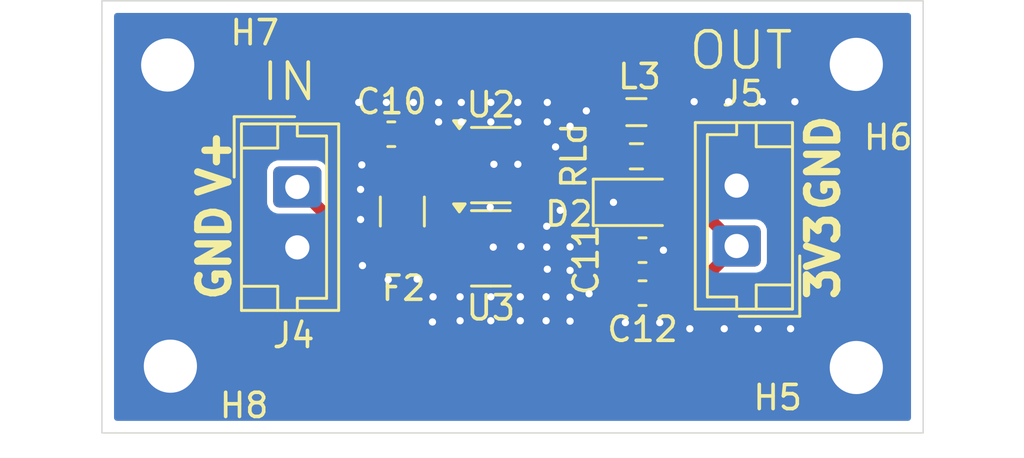
<source format=kicad_pcb>
(kicad_pcb (version 20241229) (generator "pcbnew") (generator_version "9.0")
  (layers (0 "F.Cu" signal) (2 "B.Cu" signal) (13 "F.Paste" user) (15 "B.Paste" user) (5 "F.SilkS" user "F.Silkscreen") (7 "B.SilkS" user "B.Silkscreen") (1 "F.Mask" user) (3 "B.Mask" user) (25 "Edge.Cuts" user))
  (net 0 "")
  (net 1 "DGND")
  (net 2 "Net-(U2-OUT)")
  (net 3 "RAW_D")
  (net 4 "/3.3V")
  (net 5 "/RAWD_Unprotected")
  (net 6 "Net-(D2-A)")
  (footprint "Capacitor_SMD:C_0603_1608Metric_Pad1.08x0.95mm_HandSolder" (layer "F.Cu") (at 81.1228 102.89 180)
    (property "Reference" "C12" (at 0 -1.4986 180) (layer "F.SilkS"))
    (property "Value" "10u")
    (fp_line (start -0.146267 0.51) (end 0.146267 0.51) (stroke (width 0.12)) (layer "F.SilkS"))
    (fp_line (start -0.146267 -0.51) (end 0.146267 -0.51) (stroke (width 0.12)) (layer "F.SilkS"))
    (pad "1" smd roundrect (at -0.8625 0 180) (size 1.075 0.95) (layers "F.Cu" "F.Mask" "F.Paste") (net 4 "/3.3V"))
    (pad "2" smd roundrect (at 0.8625 0 180) (size 1.075 0.95) (layers "F.Cu" "F.Mask" "F.Paste") (net 1 "DGND"))
  )
  (footprint "LED_SMD:LED_0805_2012Metric_Pad1.15x1.40mm_HandSolder" (layer "F.Cu") (at 80.945 99.1308)
    (property "Reference" "D2" (at -2.8702 0.483715 0) (layer "F.SilkS"))
    (property "Value" "LED")
    (fp_line (start -1.86 -0.96) (end -1.86 0.96) (stroke (width 0.12)) (layer "F.SilkS"))
    (fp_line (start -1.86 0.96) (end 1 0.96) (stroke (width 0.12)) (layer "F.SilkS"))
    (fp_line (start 1 -0.96) (end -1.86 -0.96) (stroke (width 0.12)) (layer "F.SilkS"))
    (pad "1" smd roundrect (at -1.025 0) (size 1.15 1.4) (layers "F.Cu" "F.Mask" "F.Paste") (roundrect_rratio 0.217391) (net 1 "DGND"))
    (pad "2" smd roundrect (at 1.025 0) (size 1.15 1.4) (layers "F.Cu" "F.Mask" "F.Paste") (roundrect_rratio 0.217391) (net 6 "Net-(D2-A)"))
  )
  (footprint "Inductor_SMD:L_0805_2012Metric" (layer "F.Cu") (at 80.8688 95.397)
    (property "Reference" "L3" (at 0.127 -1.4721 180) (layer "F.SilkS"))
    (property "Value" "22u")
    (fp_line (start -0.399622 -0.56) (end 0.399622 -0.56) (stroke (width 0.12)) (layer "F.SilkS"))
    (fp_line (start -0.399622 0.56) (end 0.399622 0.56) (stroke (width 0.12)) (layer "F.SilkS"))
    (pad "1" smd roundrect (at -1.0625 0) (size 0.875 1.2) (layers "F.Cu" "F.Mask" "F.Paste") (net 2 "Net-(U2-OUT)"))
    (pad "2" smd roundrect (at 1.0625 0) (size 0.875 1.2) (layers "F.Cu" "F.Mask" "F.Paste") (net 4 "/3.3V"))
  )
  (footprint "MountingHole:MountingHole_2.2mm_M2_DIN965_Pad_TopBottom" (layer "F.Cu") (at 89.962 105.968754)
    (property "Reference" "H5" (at -3.2512 1.2446 0) (layer "F.SilkS"))
    (property "Value" "MountingHole_Pad")
    (pad "1" thru_hole circle (at 0 0) (size 2.6 2.6) (drill 2.2) (layers "*.Cu" "*.Mask") (net 1 "DGND"))
    (pad "1" connect circle (at 0 0) (size 3.8 3.8) (layers "F.Cu" "F.Mask") (net 1 "DGND"))
    (pad "1" connect circle (at 0 0) (size 3.8 3.8) (layers "B.Cu" "B.Mask") (net 1 "DGND"))
  )
  (footprint "Resistor_SMD:R_0603_1608Metric_Pad0.98x0.95mm_HandSolder" (layer "F.Cu") (at 80.8688 97.2258)
    (property "Reference" "RLd" (at -2.582929 -0.024285 90) (layer "F.SilkS"))
    (property "Value" "5k")
    (fp_line (start -0.254724 -0.5225) (end 0.254724 -0.5225) (stroke (width 0.12)) (layer "F.SilkS"))
    (fp_line (start -0.254724 0.5225) (end 0.254724 0.5225) (stroke (width 0.12)) (layer "F.SilkS"))
    (pad "1" smd roundrect (at -0.9125 0) (size 0.975 0.95) (layers "F.Cu" "F.Mask" "F.Paste") (net 4 "/3.3V"))
    (pad "2" smd roundrect (at 0.9125 0) (size 0.975 0.95) (layers "F.Cu" "F.Mask" "F.Paste") (net 6 "Net-(D2-A)"))
  )
  (footprint "Capacitor_SMD:C_0603_1608Metric_Pad1.08x0.95mm_HandSolder" (layer "F.Cu") (at 70.7342 96.3114 180)
    (property "Reference" "C10" (at 0 1.3462 0) (layer "F.SilkS"))
    (property "Value" "4.7u")
    (fp_line (start -0.146267 0.51) (end 0.146267 0.51) (stroke (width 0.12)) (layer "F.SilkS"))
    (fp_line (start -0.146267 -0.51) (end 0.146267 -0.51) (stroke (width 0.12)) (layer "F.SilkS"))
    (pad "1" smd roundrect (at -0.8625 0 180) (size 1.075 0.95) (layers "F.Cu" "F.Mask" "F.Paste") (net 3 "RAW_D"))
    (pad "2" smd roundrect (at 0.8625 0 180) (size 1.075 0.95) (layers "F.Cu" "F.Mask" "F.Paste") (net 1 "DGND"))
  )
  (footprint "Package_TO_SOT_SMD:SOT-23-5" (layer "F.Cu") (at 74.849 101.0358)
    (property "Reference" "U3" (at 0 2.4638 0) (layer "F.SilkS"))
    (property "Value" "TLV70233_SOT23-5" (hide yes))
    (fp_line (start 0 -1.56) (end -0.8 -1.56) (stroke (width 0.12)) (layer "F.SilkS"))
    (fp_line (start 0 -1.56) (end 0.8 -1.56) (stroke (width 0.12)) (layer "F.SilkS"))
    (fp_line (start 0 1.56) (end -0.8 1.56) (stroke (width 0.12)) (layer "F.SilkS"))
    (fp_line (start 0 1.56) (end 0.8 1.56) (stroke (width 0.12)) (layer "F.SilkS"))
    (fp_poly (pts (xy -1.3 -1.51) (xy -1.54 -1.84) (xy -1.06 -1.84) (xy -1.3 -1.51)) (stroke (width 0.12)) (fill yes) (layer "F.SilkS"))
    (pad "1" smd roundrect (at -1.1375 -0.95) (size 1.325 0.6) (layers "F.Cu" "F.Mask" "F.Paste") (net 3 "RAW_D"))
    (pad "2" smd roundrect (at -1.1375 0) (size 1.325 0.6) (layers "F.Cu" "F.Mask" "F.Paste") (net 1 "DGND"))
    (pad "3" smd roundrect (at -1.1375 0.95) (size 1.325 0.6) (layers "F.Cu" "F.Mask" "F.Paste") (net 3 "RAW_D"))
    (pad "4" smd roundrect (at 1.1375 0.95) (size 1.325 0.6) (layers "F.Cu" "F.Mask" "F.Paste"))
    (pad "5" smd roundrect (at 1.1375 -0.95) (size 1.325 0.6) (layers "F.Cu" "F.Mask" "F.Paste") (net 2 "Net-(U2-OUT)"))
  )
  (footprint "Connector_JST:JST_EH_B2B-EH-A_1x02_P2.50mm_Vertical" (layer "F.Cu") (at 66.848 98.4958 -90)
    (property "Reference" "J4" (at 6.1479 0.1524 180) (layer "F.SilkS"))
    (property "Value" "Conn_01x02_Pin")
    (fp_line (start -2.91 2.61) (end -0.41 2.61) (stroke (width 0.12)) (layer "F.SilkS"))
    (fp_line (start -2.61 2.31) (end 5.11 2.31) (stroke (width 0.12)) (layer "F.SilkS"))
    (fp_line (start 5.11 2.31) (end 5.11 -1.71) (stroke (width 0.12)) (layer "F.SilkS"))
    (fp_line (start -2.61 0.81) (end -1.61 0.81) (stroke (width 0.12)) (layer "F.SilkS"))
    (fp_line (start -1.61 0.81) (end -1.61 2.31) (stroke (width 0.12)) (layer "F.SilkS"))
    (fp_line (start 4.11 0.81) (end 4.11 2.31) (stroke (width 0.12)) (layer "F.SilkS"))
    (fp_line (start 5.11 0.81) (end 4.11 0.81) (stroke (width 0.12)) (layer "F.SilkS"))
    (fp_line (start -2.91 0.11) (end -2.91 2.61) (stroke (width 0.12)) (layer "F.SilkS"))
    (fp_line (start -2.61 0) (end -2.11 0) (stroke (width 0.12)) (layer "F.SilkS"))
    (fp_line (start -2.11 0) (end -2.11 -1.21) (stroke (width 0.12)) (layer "F.SilkS"))
    (fp_line (start 4.61 0) (end 5.11 0) (stroke (width 0.12)) (layer "F.SilkS"))
    (fp_line (start -2.11 -1.21) (end 4.61 -1.21) (stroke (width 0.12)) (layer "F.SilkS"))
    (fp_line (start 4.61 -1.21) (end 4.61 0) (stroke (width 0.12)) (layer "F.SilkS"))
    (fp_line (start -2.61 -1.71) (end -2.61 2.31) (stroke (width 0.12)) (layer "F.SilkS"))
    (fp_line (start 5.11 -1.71) (end -2.61 -1.71) (stroke (width 0.12)) (layer "F.SilkS"))
    (pad "1" thru_hole roundrect (at 0 0 270) (size 1.7 2) (drill 1) (layers "*.Cu" "*.Mask") (roundrect_rratio 0.147059) (net 5 "/RAWD_Unprotected"))
    (pad "2" thru_hole oval (at 2.5 0 270) (size 1.7 2) (drill 1) (layers "*.Cu" "*.Mask") (net 1 "DGND"))
  )
  (footprint "MountingHole:MountingHole_2.2mm_M2_DIN965_Pad_TopBottom" (layer "F.Cu") (at 61.59905 105.9137)
    (property "Reference" "H8" (at 3.048 1.6256 0) (layer "F.SilkS"))
    (property "Value" "MountingHole_Pad")
    (pad "1" thru_hole circle (at 0 0) (size 2.6 2.6) (drill 2.2) (layers "*.Cu" "*.Mask") (net 1 "DGND"))
    (pad "1" connect circle (at 0 0) (size 3.8 3.8) (layers "F.Cu" "F.Mask") (net 1 "DGND"))
    (pad "1" connect circle (at 0 0) (size 3.8 3.8) (layers "B.Cu" "B.Mask") (net 1 "DGND"))
  )
  (footprint "MountingHole:MountingHole_2.2mm_M2_DIN965_Pad_TopBottom" (layer "F.Cu") (at 61.4886 93.446554)
    (property "Reference" "H7" (at 3.59795 -1.33735 0) (layer "F.SilkS"))
    (property "Value" "MountingHole_Pad")
    (pad "1" thru_hole circle (at 0 0) (size 2.6 2.6) (drill 2.2) (layers "*.Cu" "*.Mask") (net 1 "DGND"))
    (pad "1" connect circle (at 0 0) (size 3.8 3.8) (layers "F.Cu" "F.Mask") (net 1 "DGND"))
    (pad "1" connect circle (at 0 0) (size 3.8 3.8) (layers "B.Cu" "B.Mask") (net 1 "DGND"))
  )
  (footprint "Connector_JST:JST_EH_B2B-EH-A_1x02_P2.50mm_Vertical" (layer "F.Cu") (at 85.0138 100.9396 90)
    (property "Reference" "J5" (at 6.3046 0.2492 180) (layer "F.SilkS"))
    (property "Value" "Conn_01x02_Pin")
    (fp_line (start 5.11 -1.71) (end -2.61 -1.71) (stroke (width 0.12)) (layer "F.SilkS"))
    (fp_line (start -2.61 -1.71) (end -2.61 2.31) (stroke (width 0.12)) (layer "F.SilkS"))
    (fp_line (start 4.61 -1.21) (end 4.61 0) (stroke (width 0.12)) (layer "F.SilkS"))
    (fp_line (start -2.11 -1.21) (end 4.61 -1.21) (stroke (width 0.12)) (layer "F.SilkS"))
    (fp_line (start 4.61 0) (end 5.11 0) (stroke (width 0.12)) (layer "F.SilkS"))
    (fp_line (start -2.11 0) (end -2.11 -1.21) (stroke (width 0.12)) (layer "F.SilkS"))
    (fp_line (start -2.61 0) (end -2.11 0) (stroke (width 0.12)) (layer "F.SilkS"))
    (fp_line (start -2.91 0.11) (end -2.91 2.61) (stroke (width 0.12)) (layer "F.SilkS"))
    (fp_line (start 5.11 0.81) (end 4.11 0.81) (stroke (width 0.12)) (layer "F.SilkS"))
    (fp_line (start 4.11 0.81) (end 4.11 2.31) (stroke (width 0.12)) (layer "F.SilkS"))
    (fp_line (start -1.61 0.81) (end -1.61 2.31) (stroke (width 0.12)) (layer "F.SilkS"))
    (fp_line (start -2.61 0.81) (end -1.61 0.81) (stroke (width 0.12)) (layer "F.SilkS"))
    (fp_line (start 5.11 2.31) (end 5.11 -1.71) (stroke (width 0.12)) (layer "F.SilkS"))
    (fp_line (start -2.61 2.31) (end 5.11 2.31) (stroke (width 0.12)) (layer "F.SilkS"))
    (fp_line (start -2.91 2.61) (end -0.41 2.61) (stroke (width 0.12)) (layer "F.SilkS"))
    (pad "1" thru_hole roundrect (at 0 0 90) (size 1.7 2) (drill 1) (layers "*.Cu" "*.Mask") (roundrect_rratio 0.147059) (net 4 "/3.3V"))
    (pad "2" thru_hole oval (at 2.5 0 90) (size 1.7 2) (drill 1) (layers "*.Cu" "*.Mask") (net 1 "DGND"))
  )
  (footprint "Package_TO_SOT_SMD:SOT-23-5" (layer "F.Cu") (at 74.849 97.5916)
    (property "Reference" "U2" (at 0 -2.4983 0) (layer "F.SilkS"))
    (property "Value" "TLV70233_SOT23-5" (hide yes))
    (fp_line (start 0 -1.56) (end -0.8 -1.56) (stroke (width 0.12)) (layer "F.SilkS"))
    (fp_line (start 0 -1.56) (end 0.8 -1.56) (stroke (width 0.12)) (layer "F.SilkS"))
    (fp_line (start 0 1.56) (end -0.8 1.56) (stroke (width 0.12)) (layer "F.SilkS"))
    (fp_line (start 0 1.56) (end 0.8 1.56) (stroke (width 0.12)) (layer "F.SilkS"))
    (fp_poly (pts (xy -1.3 -1.51) (xy -1.54 -1.84) (xy -1.06 -1.84) (xy -1.3 -1.51)) (stroke (width 0.12)) (fill yes) (layer "F.SilkS"))
    (pad "1" smd roundrect (at -1.1375 -0.95) (size 1.325 0.6) (layers "F.Cu" "F.Mask" "F.Paste") (net 3 "RAW_D"))
    (pad "2" smd roundrect (at -1.1375 0) (size 1.325 0.6) (layers "F.Cu" "F.Mask" "F.Paste") (net 1 "DGND"))
    (pad "3" smd roundrect (at -1.1375 0.95) (size 1.325 0.6) (layers "F.Cu" "F.Mask" "F.Paste") (net 3 "RAW_D"))
    (pad "4" smd roundrect (at 1.1375 0.95) (size 1.325 0.6) (layers "F.Cu" "F.Mask" "F.Paste"))
    (pad "5" smd roundrect (at 1.1375 -0.95) (size 1.325 0.6) (layers "F.Cu" "F.Mask" "F.Paste") (net 2 "Net-(U2-OUT)"))
  )
  (footprint "MountingHole:MountingHole_2.2mm_M2_DIN965_Pad_TopBottom" (layer "F.Cu") (at 89.962 93.421154)
    (property "Reference" "H6" (at 1.3208 3.0226 0) (layer "F.SilkS"))
    (property "Value" "MountingHole_Pad")
    (pad "1" thru_hole circle (at 0 0) (size 2.6 2.6) (drill 2.2) (layers "*.Cu" "*.Mask") (net 1 "DGND"))
    (pad "1" connect circle (at 0 0) (size 3.8 3.8) (layers "F.Cu" "F.Mask") (net 1 "DGND"))
    (pad "1" connect circle (at 0 0) (size 3.8 3.8) (layers "B.Cu" "B.Mask") (net 1 "DGND"))
  )
  (footprint "Fuse:Fuse_1206_3216Metric_Pad1.42x1.75mm_HandSolder" (layer "F.Cu") (at 71.1914 99.5118 -90)
    (property "Reference" "F2" (at 3.175 -0.0508 180) (layer "F.SilkS"))
    (property "Value" "Fuse")
    (fp_line (start -0.602064 0.91) (end 0.602064 0.91) (stroke (width 0.12)) (layer "F.SilkS"))
    (fp_line (start -0.602064 -0.91) (end 0.602064 -0.91) (stroke (width 0.12)) (layer "F.SilkS"))
    (pad "1" smd roundrect (at -1.4875 0 270) (size 1.425 1.75) (layers "F.Cu" "F.Mask" "F.Paste") (roundrect_rratio 0.175439) (net 3 "RAW_D"))
    (pad "2" smd roundrect (at 1.4875 0 270) (size 1.425 1.75) (layers "F.Cu" "F.Mask" "F.Paste") (roundrect_rratio 0.175439) (net 5 "/RAWD_Unprotected"))
  )
  (footprint "Capacitor_SMD:C_0603_1608Metric_Pad1.08x0.95mm_HandSolder" (layer "F.Cu") (at 81.1228 101.112)
    (property "Reference" "C11" (at -2.3368 0.4064 90) (layer "F.SilkS"))
    (property "Value" "10u")
    (fp_line (start -0.146267 -0.51) (end 0.146267 -0.51) (stroke (width 0.12)) (layer "F.SilkS"))
    (fp_line (start -0.146267 0.51) (end 0.146267 0.51) (stroke (width 0.12)) (layer "F.SilkS"))
    (pad "1" smd roundrect (at -0.8625 0) (size 1.075 0.95) (layers "F.Cu" "F.Mask" "F.Paste") (net 2 "Net-(U2-OUT)"))
    (pad "2" smd roundrect (at 0.8625 0) (size 1.075 0.95) (layers "F.Cu" "F.Mask" "F.Paste") (net 1 "DGND"))
  )
  (gr_line (start 58.768675 90.79075) (end 58.768282 96.927996) (stroke (width 0.05)) (layer "Edge.Cuts"))
  (gr_line (start 58.768282 96.927996) (end 58.768282 101.118996) (stroke (width 0.05)) (layer "Edge.Cuts"))
  (gr_line (start 92.725026 108.678058) (end 92.725026 90.79075) (stroke (width 0.05)) (layer "Edge.Cuts"))
  (gr_line (start 58.768675 108.678058) (end 92.725026 108.678058) (stroke (width 0.05)) (layer "Edge.Cuts"))
  (gr_line (start 92.725026 90.79075) (end 58.768675 90.79075) (stroke (width 0.05)) (layer "Edge.Cuts"))
  (gr_line (start 58.768282 101.118996) (end 58.768675 108.678058) (stroke (width 0.05)) (layer "Edge.Cuts"))
  (gr_text "GND" (at 64.148 103.3116 90) (layer "F.SilkS") (effects (font (size 1.25 1.25) (thickness 0.3) (bold yes)) (justify left bottom)))
  (gr_text "V+\n" (at 64.148 99.019 90) (layer "F.SilkS") (effects (font (size 1.25 1.25) (thickness 0.3) (bold yes)) (justify left bottom)))
  (gr_text "3V3" (at 89.3215 103.2862 90) (layer "F.SilkS") (effects (font (size 1.25 1.25) (thickness 0.3) (bold yes)) (justify left bottom)))
  (gr_text "IN" (at 65.2732 95.0171 0) (layer "F.SilkS") (effects (font (size 1.5 1.5)) (justify left bottom)))
  (gr_text "OUT\n" (at 82.9516 93.7217 0) (layer "F.SilkS") (effects (font (size 1.5 1.5)) (justify left bottom)))
  (gr_text "GND" (at 89.3215 99.6032 90) (layer "F.SilkS") (effects (font (size 1.25 1.25) (thickness 0.3) (bold yes)) (justify left bottom)))
  (segment (start 74.8998 101.0358) (end 74.9506 100.985) (width 0.5) (layer "F.Cu") (net 1))
  (segment (start 73.7115 101.0358) (end 74.8998 101.0358) (width 0.5) (layer "F.Cu") (net 1))
  (segment (start 78.9384 102.89) (end 78.913 102.9154) (width 0.5) (layer "F.Cu") (net 1))
  (segment (start 69.5404 97.556) (end 69.515 97.5814) (width 0.5) (layer "F.Cu") (net 1))
  (segment (start 74.976 97.556) (end 74.9404 97.5916) (width 0.5) (layer "F.Cu") (net 1))
  (segment (start 80.2603 102.89) (end 80.2603 102.837) (width 0.5) (layer "F.Cu") (net 1))
  (segment (start 66.9709 100.9993) (end 66.9544 101.0158) (width 0.5) (layer "F.Cu") (net 1))
  (segment (start 74.9404 97.5916) (end 73.7115 97.5916) (width 0.5) (layer "F.Cu") (net 1))
  (segment (start 69.5404 96.6427) (end 69.5404 97.556) (width 0.5) (layer "F.Cu") (net 1))
  (segment (start 69.8717 96.3114) (end 69.5404 96.6427) (width 0.5) (layer "F.Cu") (net 1))
  (segment (start 80.2603 102.89) (end 78.9384 102.89) (width 0.5) (layer "F.Cu") (net 1))
  (via (at 75.9666 94.995954) (size 0.6) (drill 0.3) (layers "F.Cu" "B.Cu") (net 1))
  (via (at 69.4642 99.842) (size 0.6) (drill 0.3) (layers "F.Cu" "B.Cu") (net 1))
  (via (at 85.898 104.3632) (size 0.6) (drill 0.3) (layers "F.Cu" "B.Cu") (net 1))
  (via (at 74.8236 99.334) (size 0.6) (drill 0.3) (layers "F.Cu" "B.Cu") (net 1))
  (via (at 81.9853 101.112) (size 0.6) (drill 0.3) (layers "F.Cu" "B.Cu") (net 1))
  (via (at 75.9666 97.556) (size 0.6) (drill 0.3) (layers "F.Cu" "B.Cu") (net 1))
  (via (at 73.6298 95.8034) (size 0.6) (drill 0.3) (layers "F.Cu" "B.Cu") (net 1))
  (via (at 73.579 103.0424) (size 0.6) (drill 0.3) (layers "F.Cu" "B.Cu") (net 1))
  (via (at 84.6788 94.9652) (size 0.6) (drill 0.3) (layers "F.Cu" "B.Cu") (net 1))
  (via (at 83.0786 104.3632) (size 0.6) (drill 0.3) (layers "F.Cu" "B.Cu") (net 1))
  (via (at 77.135 104.033) (size 0.6) (drill 0.3) (layers "F.Cu" "B.Cu") (net 1))
  (via (at 71.801 102.3058) (size 0.6) (drill 0.3) (layers "F.Cu" "B.Cu") (net 1))
  (via (at 78.1256 101.9502) (size 0.6) (drill 0.3) (layers "F.Cu" "B.Cu") (net 1))
  (via (at 86.0758 94.9652) (size 0.6) (drill 0.3) (layers "F.Cu" "B.Cu") (net 1))
  (via (at 74.9506 100.985) (size 0.6) (drill 0.3) (layers "F.Cu" "B.Cu") (net 1))
  (via (at 69.388 94.995954) (size 0.6) (drill 0.3) (layers "F.Cu" "B.Cu") (net 1))
  (via (at 77.1858 94.995954) (size 0.6) (drill 0.3) (layers "F.Cu" "B.Cu") (net 1))
  (via (at 76.0936 100.9596) (size 0.6) (drill 0.3) (layers "F.Cu" "B.Cu") (net 1))
  (via (at 78.1256 104.049596) (size 0.6) (drill 0.3) (layers "F.Cu" "B.Cu") (net 1))
  (via (at 69.542481 101.7493) (size 0.6) (drill 0.3) (layers "F.Cu" "B.Cu") (net 1))
  (via (at 79.92 99.1308) (size 0.6) (drill 0.3) (layers "F.Cu" "B.Cu") (net 1))
  (via (at 69.515 97.5814) (size 0.6) (drill 0.3) (layers "F.Cu" "B.Cu") (net 1))
  (via (at 72.436 104.0838) (size 0.6) (drill 0.3) (layers "F.Cu" "B.Cu") (net 1))
  (via (at 84.501 104.3632) (size 0.6) (drill 0.3) (layers "F.Cu" "B.Cu") (net 1))
  (via (at 70.6072 102.3312) (size 0.6) (drill 0.3) (layers "F.Cu" "B.Cu") (net 1))
  (via (at 74.849 103.0424) (size 0.6) (drill 0.3) (layers "F.Cu" "B.Cu") (net 1))
  (via (at 78.913 102.9154) (size 0.6) (drill 0.3) (layers "F.Cu" "B.Cu") (net 1))
  (via (at 87.2442 104.3632) (size 0.6) (drill 0.3) (layers "F.Cu" "B.Cu") (net 1))
  (via (at 75.9666 95.8034) (size 0.6) (drill 0.3) (layers "F.Cu" "B.Cu") (net 1))
  (via (at 73.579 104.033) (size 0.6) (drill 0.3) (layers "F.Cu" "B.Cu") (net 1))
  (via (at 80.4116 104.1092) (size 0.6) (drill 0.3) (layers "F.Cu" "B.Cu") (net 1))
  (via (at 83.2564 94.9652) (size 0.6) (drill 0.3) (layers "F.Cu" "B.Cu") (net 1))
  (via (at 70.531 94.995954) (size 0.6) (drill 0.3) (layers "F.Cu" "B.Cu") (net 1))
  (via (at 74.849 95.8034) (size 0.6) (drill 0.3) (layers "F.Cu" "B.Cu") (net 1))
  (via (at 77.1858 101.8994) (size 0.6) (drill 0.3) (layers "F.Cu" "B.Cu") (net 1))
  (via (at 72.4614 103.0424) (size 0.6) (drill 0.3) (layers "F.Cu" "B.Cu") (net 1))
  (via (at 74.849 104.033) (size 0.6) (drill 0.3) (layers "F.Cu" "B.Cu") (net 1))
  (via (at 74.849 94.995954) (size 0.6) (drill 0.3) (layers "F.Cu" "B.Cu") (net 1))
  (via (at 78.1256 103.058996) (size 0.6) (drill 0.3) (layers "F.Cu" "B.Cu") (net 1))
  (via (at 78.797842 95.344796) (size 0.6) (drill 0.3) (layers "F.Cu" "B.Cu") (net 1))
  (via (at 71.6486 94.995954) (size 0.6) (drill 0.3) (layers "F.Cu" "B.Cu") (net 1))
  (via (at 87.422 94.9652) (size 0.6) (drill 0.3) (layers "F.Cu" "B.Cu") (net 1))
  (via (at 76.0682 103.0424) (size 0.6) (drill 0.3) (layers "F.Cu" "B.Cu") (net 1))
  (via (at 78.1256 95.9812) (size 0.6) (drill 0.3) (layers "F.Cu" "B.Cu") (net 1))
  (via (at 77.1858 95.8034) (size 0.6) (drill 0.3) (layers "F.Cu" "B.Cu") (net 1))
  (via (at 77.1604 100.985) (size 0.6) (drill 0.3) (layers "F.Cu" "B.Cu") (net 1))
  (via (at 72.69 95.8034) (size 0.6) (drill 0.3) (layers "F.Cu" "B.Cu") (net 1))
  (via (at 73.6298 94.995954) (size 0.6) (drill 0.3) (layers "F.Cu" "B.Cu") (net 1))
  (via (at 77.135 103.0424) (size 0.6) (drill 0.3) (layers "F.Cu" "B.Cu") (net 1))
  (via (at 74.976 97.556) (size 0.6) (drill 0.3) (layers "F.Cu" "B.Cu") (net 1))
  (via (at 77.7192 99.461) (size 0.6) (drill 0.3) (layers "F.Cu" "B.Cu") (net 1))
  (via (at 72.69 94.995954) (size 0.6) (drill 0.3) (layers "F.Cu" "B.Cu") (net 1))
  (via (at 81.834 104.1092) (size 0.6) (drill 0.3) (layers "F.Cu" "B.Cu") (net 1))
  (via (at 69.4642 98.5974) (size 0.6) (drill 0.3) (layers "F.Cu" "B.Cu") (net 1))
  (via (at 78.1256 100.976196) (size 0.6) (drill 0.3) (layers "F.Cu" "B.Cu") (net 1))
  (via (at 76.0682 104.033) (size 0.6) (drill 0.3) (layers "F.Cu" "B.Cu") (net 1))
  (via (at 77.525631 96.835169) (size 0.6) (drill 0.3) (layers "F.Cu" "B.Cu") (net 1))
  (via (at 77.1604 100.1214) (size 0.6) (drill 0.3) (layers "F.Cu" "B.Cu") (net 1))
  (segment (start 78.4812 98.2418) (end 78.4812 99.8704) (width 0.5) (layer "F.Cu") (net 2))
  (segment (start 78.4812 96.7221) (end 78.4812 98.2418) (width 0.5) (layer "F.Cu") (net 2))
  (segment (start 76.0022 100.0858) (end 75.9865 100.0858) (width 0.5) (layer "F.Cu") (net 2))
  (segment (start 77.643 98.0132) (end 78.4812 98.0132) (width 0.5) (layer "F.Cu") (net 2))
  (segment (start 75.9865 96.6416) (end 76.2714 96.6416) (width 0.5) (layer "F.Cu") (net 2))
  (segment (start 78.4812 98.0132) (end 78.0748 98.0132) (width 0.5) (layer "F.Cu") (net 2))
  (segment (start 79.8063 95.397) (end 78.4812 96.7221) (width 0.5) (layer "F.Cu") (net 2))
  (segment (start 78.4812 99.8704) (end 79.7228 101.112) (width 0.5) (layer "F.Cu") (net 2))
  (segment (start 76.2714 96.6416) (end 77.643 98.0132) (width 0.5) (layer "F.Cu") (net 2))
  (segment (start 78.0748 98.0132) (end 76.0022 100.0858) (width 0.5) (layer "F.Cu") (net 2))
  (segment (start 79.7228 101.112) (end 80.2603 101.112) (width 0.5) (layer "F.Cu") (net 2))
  (segment (start 75.9865 100.0858) (end 76.0475 100.1468) (width 0.5) (layer "F.Cu") (net 2))
  (segment (start 73.7115 98.5416) (end 73.0252 98.5416) (width 0.3) (layer "F.Cu") (net 3))
  (segment (start 71.1914 98.0243) (end 71.5967 97.619) (width 0.5) (layer "F.Cu") (net 3))
  (segment (start 71.5967 97.619) (end 71.5967 96.3114) (width 0.5) (layer "F.Cu") (net 3))
  (segment (start 73.0456 96.6416) (end 71.6629 98.0243) (width 0.5) (layer "F.Cu") (net 3))
  (segment (start 71.1914 98.0243) (end 71.1914 98.318) (width 0.5) (layer "F.Cu") (net 3))
  (segment (start 71.6629 98.0243) (end 71.1914 98.0243) (width 0.5) (layer "F.Cu") (net 3))
  (segment (start 72.2201 99.3467) (end 72.9592 100.0858) (width 0.5) (layer "F.Cu") (net 3))
  (segment (start 72.5376 101.474399) (end 73.049001 101.9858) (width 0.3) (layer "F.Cu") (net 3))
  (segment (start 73.7115 96.6416) (end 73.0456 96.6416) (width 0.5) (layer "F.Cu") (net 3))
  (segment (start 73.7115 100.0858) (end 73.6505 100.1468) (width 0.5) (layer "F.Cu") (net 3))
  (segment (start 72.9592 100.0858) (end 73.7115 100.0858) (width 0.5) (layer "F.Cu") (net 3))
  (segment (start 71.1914 98.318) (end 72.2201 99.3467) (width 0.5) (layer "F.Cu") (net 3))
  (segment (start 72.2201 99.3467) (end 72.5376 99.6642) (width 0.3) (layer "F.Cu") (net 3))
  (segment (start 72.5376 99.6642) (end 72.5376 101.474399) (width 0.3) (layer "F.Cu") (net 3))
  (segment (start 73.0252 98.5416) (end 72.2201 99.3467) (width 0.3) (layer "F.Cu") (net 3))
  (segment (start 71.1914 98.2672) (end 71.1914 98.0243) (width 0.5) (layer "F.Cu") (net 3))
  (segment (start 73.049001 101.9858) (end 73.7115 101.9858) (width 0.3) (layer "F.Cu") (net 3))
  (segment (start 81.9313 95.397) (end 82.2404 95.397) (width 0.5) (layer "F.Cu") (net 4))
  (segment (start 79.9563 97.0715) (end 79.9563 97.2258) (width 0.5) (layer "F.Cu") (net 4))
  (segment (start 83.2564 99.1822) (end 85.0138 100.9396) (width 0.5) (layer "F.Cu") (net 4))
  (segment (start 81.9313 95.397) (end 81.6308 95.397) (width 0.5) (layer "F.Cu") (net 4))
  (segment (start 83.0634 102.89) (end 85.0138 100.9396) (width 0.5) (layer "F.Cu") (net 4))
  (segment (start 81.9853 102.89) (end 83.0634 102.89) (width 0.5) (layer "F.Cu") (net 4))
  (segment (start 83.2564 96.413) (end 83.2564 99.1822) (width 0.5) (layer "F.Cu") (net 4))
  (segment (start 81.6308 95.397) (end 79.9563 97.0715) (width 0.5) (layer "F.Cu") (net 4))
  (segment (start 82.2404 95.397) (end 83.2564 96.413) (width 0.5) (layer "F.Cu") (net 4))
  (segment (start 71.1914 100.9993) (end 69.3769 100.9993) (width 0.5) (layer "F.Cu") (net 5))
  (segment (start 69.3769 100.9993) (end 66.8734 98.4958) (width 0.5) (layer "F.Cu") (net 5))
  (segment (start 66.8734 98.4958) (end 66.848 98.4958) (width 0.5) (layer "F.Cu") (net 5))
  (segment (start 81.7813 98.9421) (end 81.97 99.1308) (width 0.5) (layer "F.Cu") (net 6))
  (segment (start 81.7813 97.2258) (end 81.7813 98.9421) (width 0.5) (layer "F.Cu") (net 6))
  (zone (net 1) (net_name "DGND") (layer "B.Cu") (priority 3) (connect_pads yes (clearance 0.25)) (min_thickness 0.25) (fill yes (thermal_gap 0.5) (thermal_bridge_width 0.5))
    (polygon (pts (xy 58.768131 90.755809) (xy 58.769215 108.657451) (xy 93.095594 108.698251) (xy 93.095594 90.755809)))
  )
)
</source>
